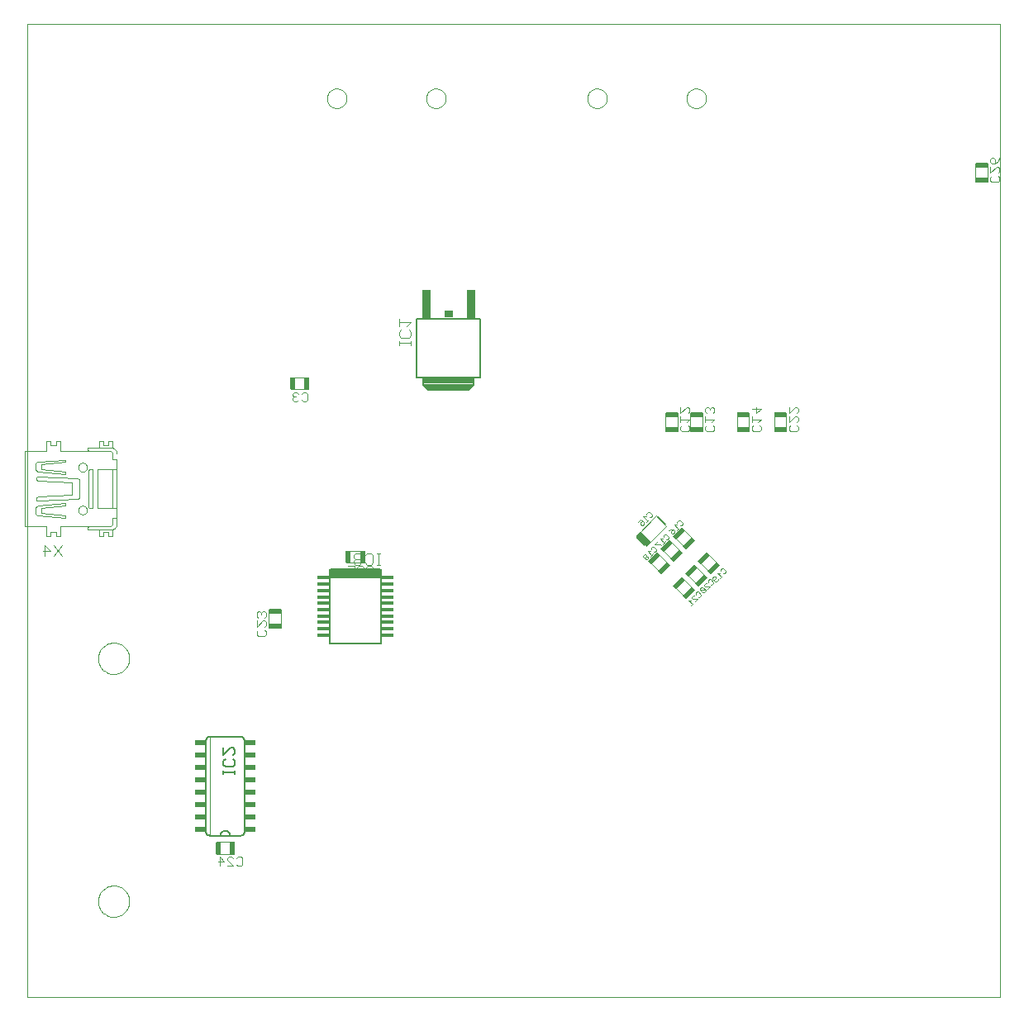
<source format=gbo>
G75*
G70*
%OFA0B0*%
%FSLAX24Y24*%
%IPPOS*%
%LPD*%
%AMOC8*
5,1,8,0,0,1.08239X$1,22.5*
%
%ADD10C,0.0000*%
%ADD11C,0.0060*%
%ADD12C,0.0020*%
%ADD13R,0.0450X0.0200*%
%ADD14C,0.0050*%
%ADD15C,0.0080*%
%ADD16C,0.0040*%
%ADD17R,0.0340X0.1140*%
%ADD18R,0.0340X0.0300*%
%ADD19C,0.0079*%
%ADD20R,0.0079X0.0472*%
%ADD21R,0.0256X0.0591*%
%ADD22R,0.0197X0.0512*%
%ADD23C,0.0030*%
%ADD24R,0.0512X0.0197*%
%ADD25R,0.0510X0.0140*%
%ADD26R,0.2047X0.0384*%
D10*
X005081Y004038D02*
X005081Y043283D01*
X044323Y043283D01*
X044323Y004038D01*
X005081Y004038D01*
X007951Y007888D02*
X007953Y007938D01*
X007959Y007988D01*
X007969Y008037D01*
X007983Y008085D01*
X008000Y008132D01*
X008021Y008177D01*
X008046Y008221D01*
X008074Y008262D01*
X008106Y008301D01*
X008140Y008338D01*
X008177Y008372D01*
X008217Y008402D01*
X008259Y008429D01*
X008303Y008453D01*
X008349Y008474D01*
X008396Y008490D01*
X008444Y008503D01*
X008494Y008512D01*
X008543Y008517D01*
X008594Y008518D01*
X008644Y008515D01*
X008693Y008508D01*
X008742Y008497D01*
X008790Y008482D01*
X008836Y008464D01*
X008881Y008442D01*
X008924Y008416D01*
X008965Y008387D01*
X009004Y008355D01*
X009040Y008320D01*
X009072Y008282D01*
X009102Y008242D01*
X009129Y008199D01*
X009152Y008155D01*
X009171Y008109D01*
X009187Y008061D01*
X009199Y008012D01*
X009207Y007963D01*
X009211Y007913D01*
X009211Y007863D01*
X009207Y007813D01*
X009199Y007764D01*
X009187Y007715D01*
X009171Y007667D01*
X009152Y007621D01*
X009129Y007577D01*
X009102Y007534D01*
X009072Y007494D01*
X009040Y007456D01*
X009004Y007421D01*
X008965Y007389D01*
X008924Y007360D01*
X008881Y007334D01*
X008836Y007312D01*
X008790Y007294D01*
X008742Y007279D01*
X008693Y007268D01*
X008644Y007261D01*
X008594Y007258D01*
X008543Y007259D01*
X008494Y007264D01*
X008444Y007273D01*
X008396Y007286D01*
X008349Y007302D01*
X008303Y007323D01*
X008259Y007347D01*
X008217Y007374D01*
X008177Y007404D01*
X008140Y007438D01*
X008106Y007475D01*
X008074Y007514D01*
X008046Y007555D01*
X008021Y007599D01*
X008000Y007644D01*
X007983Y007691D01*
X007969Y007739D01*
X007959Y007788D01*
X007953Y007838D01*
X007951Y007888D01*
X007951Y017688D02*
X007953Y017738D01*
X007959Y017788D01*
X007969Y017837D01*
X007983Y017885D01*
X008000Y017932D01*
X008021Y017977D01*
X008046Y018021D01*
X008074Y018062D01*
X008106Y018101D01*
X008140Y018138D01*
X008177Y018172D01*
X008217Y018202D01*
X008259Y018229D01*
X008303Y018253D01*
X008349Y018274D01*
X008396Y018290D01*
X008444Y018303D01*
X008494Y018312D01*
X008543Y018317D01*
X008594Y018318D01*
X008644Y018315D01*
X008693Y018308D01*
X008742Y018297D01*
X008790Y018282D01*
X008836Y018264D01*
X008881Y018242D01*
X008924Y018216D01*
X008965Y018187D01*
X009004Y018155D01*
X009040Y018120D01*
X009072Y018082D01*
X009102Y018042D01*
X009129Y017999D01*
X009152Y017955D01*
X009171Y017909D01*
X009187Y017861D01*
X009199Y017812D01*
X009207Y017763D01*
X009211Y017713D01*
X009211Y017663D01*
X009207Y017613D01*
X009199Y017564D01*
X009187Y017515D01*
X009171Y017467D01*
X009152Y017421D01*
X009129Y017377D01*
X009102Y017334D01*
X009072Y017294D01*
X009040Y017256D01*
X009004Y017221D01*
X008965Y017189D01*
X008924Y017160D01*
X008881Y017134D01*
X008836Y017112D01*
X008790Y017094D01*
X008742Y017079D01*
X008693Y017068D01*
X008644Y017061D01*
X008594Y017058D01*
X008543Y017059D01*
X008494Y017064D01*
X008444Y017073D01*
X008396Y017086D01*
X008349Y017102D01*
X008303Y017123D01*
X008259Y017147D01*
X008217Y017174D01*
X008177Y017204D01*
X008140Y017238D01*
X008106Y017275D01*
X008074Y017314D01*
X008046Y017355D01*
X008021Y017399D01*
X008000Y017444D01*
X007983Y017491D01*
X007969Y017539D01*
X007959Y017588D01*
X007953Y017638D01*
X007951Y017688D01*
X007154Y023672D02*
X007156Y023698D01*
X007162Y023724D01*
X007172Y023749D01*
X007185Y023772D01*
X007201Y023792D01*
X007221Y023810D01*
X007243Y023825D01*
X007266Y023837D01*
X007292Y023845D01*
X007318Y023849D01*
X007344Y023849D01*
X007370Y023845D01*
X007396Y023837D01*
X007420Y023825D01*
X007441Y023810D01*
X007461Y023792D01*
X007477Y023772D01*
X007490Y023749D01*
X007500Y023724D01*
X007506Y023698D01*
X007508Y023672D01*
X007506Y023646D01*
X007500Y023620D01*
X007490Y023595D01*
X007477Y023572D01*
X007461Y023552D01*
X007441Y023534D01*
X007419Y023519D01*
X007396Y023507D01*
X007370Y023499D01*
X007344Y023495D01*
X007318Y023495D01*
X007292Y023499D01*
X007266Y023507D01*
X007242Y023519D01*
X007221Y023534D01*
X007201Y023552D01*
X007185Y023572D01*
X007172Y023595D01*
X007162Y023620D01*
X007156Y023646D01*
X007154Y023672D01*
X007154Y025404D02*
X007156Y025430D01*
X007162Y025456D01*
X007172Y025481D01*
X007185Y025504D01*
X007201Y025524D01*
X007221Y025542D01*
X007243Y025557D01*
X007266Y025569D01*
X007292Y025577D01*
X007318Y025581D01*
X007344Y025581D01*
X007370Y025577D01*
X007396Y025569D01*
X007420Y025557D01*
X007441Y025542D01*
X007461Y025524D01*
X007477Y025504D01*
X007490Y025481D01*
X007500Y025456D01*
X007506Y025430D01*
X007508Y025404D01*
X007506Y025378D01*
X007500Y025352D01*
X007490Y025327D01*
X007477Y025304D01*
X007461Y025284D01*
X007441Y025266D01*
X007419Y025251D01*
X007396Y025239D01*
X007370Y025231D01*
X007344Y025227D01*
X007318Y025227D01*
X007292Y025231D01*
X007266Y025239D01*
X007242Y025251D01*
X007221Y025266D01*
X007201Y025284D01*
X007185Y025304D01*
X007172Y025327D01*
X007162Y025352D01*
X007156Y025378D01*
X007154Y025404D01*
X017187Y040288D02*
X017189Y040327D01*
X017195Y040366D01*
X017205Y040404D01*
X017218Y040441D01*
X017235Y040476D01*
X017255Y040510D01*
X017279Y040541D01*
X017306Y040570D01*
X017335Y040596D01*
X017367Y040619D01*
X017401Y040639D01*
X017437Y040655D01*
X017474Y040667D01*
X017513Y040676D01*
X017552Y040681D01*
X017591Y040682D01*
X017630Y040679D01*
X017669Y040672D01*
X017706Y040661D01*
X017743Y040647D01*
X017778Y040629D01*
X017811Y040608D01*
X017842Y040583D01*
X017870Y040556D01*
X017895Y040526D01*
X017917Y040493D01*
X017936Y040459D01*
X017951Y040423D01*
X017963Y040385D01*
X017971Y040347D01*
X017975Y040308D01*
X017975Y040268D01*
X017971Y040229D01*
X017963Y040191D01*
X017951Y040153D01*
X017936Y040117D01*
X017917Y040083D01*
X017895Y040050D01*
X017870Y040020D01*
X017842Y039993D01*
X017811Y039968D01*
X017778Y039947D01*
X017743Y039929D01*
X017706Y039915D01*
X017669Y039904D01*
X017630Y039897D01*
X017591Y039894D01*
X017552Y039895D01*
X017513Y039900D01*
X017474Y039909D01*
X017437Y039921D01*
X017401Y039937D01*
X017367Y039957D01*
X017335Y039980D01*
X017306Y040006D01*
X017279Y040035D01*
X017255Y040066D01*
X017235Y040100D01*
X017218Y040135D01*
X017205Y040172D01*
X017195Y040210D01*
X017189Y040249D01*
X017187Y040288D01*
X021187Y040288D02*
X021189Y040327D01*
X021195Y040366D01*
X021205Y040404D01*
X021218Y040441D01*
X021235Y040476D01*
X021255Y040510D01*
X021279Y040541D01*
X021306Y040570D01*
X021335Y040596D01*
X021367Y040619D01*
X021401Y040639D01*
X021437Y040655D01*
X021474Y040667D01*
X021513Y040676D01*
X021552Y040681D01*
X021591Y040682D01*
X021630Y040679D01*
X021669Y040672D01*
X021706Y040661D01*
X021743Y040647D01*
X021778Y040629D01*
X021811Y040608D01*
X021842Y040583D01*
X021870Y040556D01*
X021895Y040526D01*
X021917Y040493D01*
X021936Y040459D01*
X021951Y040423D01*
X021963Y040385D01*
X021971Y040347D01*
X021975Y040308D01*
X021975Y040268D01*
X021971Y040229D01*
X021963Y040191D01*
X021951Y040153D01*
X021936Y040117D01*
X021917Y040083D01*
X021895Y040050D01*
X021870Y040020D01*
X021842Y039993D01*
X021811Y039968D01*
X021778Y039947D01*
X021743Y039929D01*
X021706Y039915D01*
X021669Y039904D01*
X021630Y039897D01*
X021591Y039894D01*
X021552Y039895D01*
X021513Y039900D01*
X021474Y039909D01*
X021437Y039921D01*
X021401Y039937D01*
X021367Y039957D01*
X021335Y039980D01*
X021306Y040006D01*
X021279Y040035D01*
X021255Y040066D01*
X021235Y040100D01*
X021218Y040135D01*
X021205Y040172D01*
X021195Y040210D01*
X021189Y040249D01*
X021187Y040288D01*
X027687Y040288D02*
X027689Y040327D01*
X027695Y040366D01*
X027705Y040404D01*
X027718Y040441D01*
X027735Y040476D01*
X027755Y040510D01*
X027779Y040541D01*
X027806Y040570D01*
X027835Y040596D01*
X027867Y040619D01*
X027901Y040639D01*
X027937Y040655D01*
X027974Y040667D01*
X028013Y040676D01*
X028052Y040681D01*
X028091Y040682D01*
X028130Y040679D01*
X028169Y040672D01*
X028206Y040661D01*
X028243Y040647D01*
X028278Y040629D01*
X028311Y040608D01*
X028342Y040583D01*
X028370Y040556D01*
X028395Y040526D01*
X028417Y040493D01*
X028436Y040459D01*
X028451Y040423D01*
X028463Y040385D01*
X028471Y040347D01*
X028475Y040308D01*
X028475Y040268D01*
X028471Y040229D01*
X028463Y040191D01*
X028451Y040153D01*
X028436Y040117D01*
X028417Y040083D01*
X028395Y040050D01*
X028370Y040020D01*
X028342Y039993D01*
X028311Y039968D01*
X028278Y039947D01*
X028243Y039929D01*
X028206Y039915D01*
X028169Y039904D01*
X028130Y039897D01*
X028091Y039894D01*
X028052Y039895D01*
X028013Y039900D01*
X027974Y039909D01*
X027937Y039921D01*
X027901Y039937D01*
X027867Y039957D01*
X027835Y039980D01*
X027806Y040006D01*
X027779Y040035D01*
X027755Y040066D01*
X027735Y040100D01*
X027718Y040135D01*
X027705Y040172D01*
X027695Y040210D01*
X027689Y040249D01*
X027687Y040288D01*
X031687Y040288D02*
X031689Y040327D01*
X031695Y040366D01*
X031705Y040404D01*
X031718Y040441D01*
X031735Y040476D01*
X031755Y040510D01*
X031779Y040541D01*
X031806Y040570D01*
X031835Y040596D01*
X031867Y040619D01*
X031901Y040639D01*
X031937Y040655D01*
X031974Y040667D01*
X032013Y040676D01*
X032052Y040681D01*
X032091Y040682D01*
X032130Y040679D01*
X032169Y040672D01*
X032206Y040661D01*
X032243Y040647D01*
X032278Y040629D01*
X032311Y040608D01*
X032342Y040583D01*
X032370Y040556D01*
X032395Y040526D01*
X032417Y040493D01*
X032436Y040459D01*
X032451Y040423D01*
X032463Y040385D01*
X032471Y040347D01*
X032475Y040308D01*
X032475Y040268D01*
X032471Y040229D01*
X032463Y040191D01*
X032451Y040153D01*
X032436Y040117D01*
X032417Y040083D01*
X032395Y040050D01*
X032370Y040020D01*
X032342Y039993D01*
X032311Y039968D01*
X032278Y039947D01*
X032243Y039929D01*
X032206Y039915D01*
X032169Y039904D01*
X032130Y039897D01*
X032091Y039894D01*
X032052Y039895D01*
X032013Y039900D01*
X031974Y039909D01*
X031937Y039921D01*
X031901Y039937D01*
X031867Y039957D01*
X031835Y039980D01*
X031806Y040006D01*
X031779Y040035D01*
X031755Y040066D01*
X031735Y040100D01*
X031718Y040135D01*
X031705Y040172D01*
X031695Y040210D01*
X031689Y040249D01*
X031687Y040288D01*
D11*
X013701Y014538D02*
X012461Y014538D01*
X012438Y014536D01*
X012415Y014531D01*
X012393Y014522D01*
X012373Y014509D01*
X012355Y014494D01*
X012340Y014476D01*
X012327Y014456D01*
X012318Y014434D01*
X012313Y014411D01*
X012311Y014388D01*
X012311Y010688D01*
X012313Y010665D01*
X012318Y010642D01*
X012327Y010620D01*
X012340Y010600D01*
X012355Y010582D01*
X012373Y010567D01*
X012393Y010554D01*
X012415Y010545D01*
X012438Y010540D01*
X012461Y010538D01*
X012881Y010538D01*
X013281Y010538D01*
X013701Y010538D01*
X013724Y010540D01*
X013747Y010545D01*
X013769Y010554D01*
X013789Y010567D01*
X013807Y010582D01*
X013822Y010600D01*
X013835Y010620D01*
X013844Y010642D01*
X013849Y010665D01*
X013851Y010688D01*
X013851Y014388D01*
X013849Y014411D01*
X013844Y014434D01*
X013835Y014456D01*
X013822Y014476D01*
X013807Y014494D01*
X013789Y014509D01*
X013769Y014522D01*
X013747Y014531D01*
X013724Y014536D01*
X013701Y014538D01*
X013281Y010538D02*
X013279Y010565D01*
X013274Y010592D01*
X013264Y010618D01*
X013252Y010642D01*
X013236Y010664D01*
X013218Y010684D01*
X013196Y010701D01*
X013173Y010716D01*
X013148Y010726D01*
X013122Y010734D01*
X013095Y010738D01*
X013067Y010738D01*
X013040Y010734D01*
X013014Y010726D01*
X012989Y010716D01*
X012966Y010701D01*
X012944Y010684D01*
X012926Y010664D01*
X012910Y010642D01*
X012898Y010618D01*
X012888Y010592D01*
X012883Y010565D01*
X012881Y010538D01*
D12*
X012451Y010538D02*
X012451Y014538D01*
X029937Y021779D02*
X029963Y021753D01*
X030015Y021753D01*
X030067Y021804D01*
X030067Y021856D01*
X030041Y021882D01*
X029989Y021882D01*
X029937Y021830D01*
X029937Y021779D01*
X030015Y021753D02*
X030015Y021701D01*
X030041Y021675D01*
X030093Y021675D01*
X030145Y021727D01*
X030145Y021779D01*
X030119Y021804D01*
X030067Y021804D01*
X030223Y021805D02*
X030327Y021909D01*
X030275Y021857D02*
X030119Y022013D01*
X030223Y022013D01*
X030249Y022091D02*
X030249Y022143D01*
X030301Y022195D01*
X030353Y022195D01*
X030457Y022091D01*
X030457Y022039D01*
X030405Y021987D01*
X030353Y021987D01*
X030437Y022279D02*
X030645Y022279D01*
X030671Y022253D01*
X030723Y022305D02*
X030827Y022409D01*
X030775Y022357D02*
X030619Y022513D01*
X030723Y022513D01*
X030749Y022591D02*
X030749Y022643D01*
X030801Y022695D01*
X030853Y022695D01*
X030957Y022591D01*
X030957Y022539D01*
X030905Y022487D01*
X030853Y022487D01*
X030515Y022408D02*
X030411Y022304D01*
X030437Y022279D01*
X030974Y022867D02*
X031051Y022893D01*
X031155Y022893D01*
X031077Y022815D01*
X031077Y022763D01*
X031103Y022737D01*
X031155Y022737D01*
X031207Y022789D01*
X031207Y022841D01*
X031155Y022893D01*
X031285Y022868D02*
X031389Y022971D01*
X031337Y022919D02*
X031182Y023075D01*
X031285Y023075D01*
X031312Y023154D02*
X031312Y023205D01*
X031364Y023257D01*
X031416Y023257D01*
X031520Y023154D01*
X031520Y023102D01*
X031468Y023050D01*
X031416Y023050D01*
X030285Y023435D02*
X030233Y023383D01*
X030181Y023383D01*
X030155Y023304D02*
X030051Y023201D01*
X030103Y023252D02*
X029947Y023408D01*
X030051Y023408D01*
X030077Y023487D02*
X030077Y023538D01*
X030129Y023590D01*
X030181Y023590D01*
X030285Y023487D01*
X030285Y023435D01*
X029972Y023174D02*
X029972Y023122D01*
X029921Y023070D01*
X029869Y023070D01*
X029817Y023122D01*
X029817Y023174D01*
X029843Y023200D01*
X029921Y023226D01*
X029843Y023304D01*
X029739Y023200D01*
X032295Y020565D02*
X032243Y020513D01*
X032243Y020461D01*
X032451Y020461D01*
X032451Y020409D01*
X032399Y020357D01*
X032347Y020357D01*
X032243Y020461D01*
X032295Y020565D02*
X032347Y020565D01*
X032451Y020461D01*
X032529Y020487D02*
X032633Y020591D01*
X032425Y020591D01*
X032399Y020617D01*
X032399Y020669D01*
X032451Y020721D01*
X032503Y020721D01*
X032556Y020773D02*
X032556Y020825D01*
X032607Y020877D01*
X032659Y020877D01*
X032763Y020773D01*
X032763Y020722D01*
X032711Y020670D01*
X032659Y020670D01*
X032795Y020846D02*
X032873Y020924D01*
X032873Y020976D01*
X032847Y021002D01*
X032795Y021002D01*
X032743Y020950D01*
X032743Y020898D01*
X032847Y020795D01*
X032899Y020795D01*
X032951Y020846D01*
X032951Y020898D01*
X033029Y020925D02*
X033133Y021029D01*
X033081Y020977D02*
X032925Y021133D01*
X033029Y021133D01*
X033056Y021211D02*
X033056Y021263D01*
X033107Y021315D01*
X033159Y021315D01*
X033263Y021211D01*
X033263Y021159D01*
X033211Y021107D01*
X033159Y021107D01*
X032263Y020273D02*
X032263Y020222D01*
X032211Y020170D01*
X032159Y020170D01*
X032133Y020091D02*
X031925Y020091D01*
X031899Y020117D01*
X031899Y020169D01*
X031951Y020221D01*
X032003Y020221D01*
X032056Y020273D02*
X032056Y020325D01*
X032107Y020377D01*
X032159Y020377D01*
X032263Y020273D01*
X032133Y020091D02*
X032029Y019987D01*
X031977Y019935D02*
X031873Y019831D01*
X031925Y019883D02*
X031769Y020039D01*
X031873Y020039D01*
D13*
X014076Y014288D03*
X014076Y013788D03*
X014076Y013288D03*
X014076Y012788D03*
X014076Y012288D03*
X014076Y011788D03*
X014076Y011288D03*
X014076Y010788D03*
X012086Y010788D03*
X012086Y011288D03*
X012096Y011788D03*
X012086Y012288D03*
X012086Y012788D03*
X012086Y013288D03*
X012086Y013788D03*
X012086Y014288D03*
D14*
X013006Y014081D02*
X013006Y013780D01*
X013306Y014081D01*
X013381Y014081D01*
X013456Y014006D01*
X013456Y013855D01*
X013381Y013780D01*
X013381Y013620D02*
X013456Y013545D01*
X013456Y013395D01*
X013381Y013320D01*
X013081Y013320D01*
X013006Y013395D01*
X013006Y013545D01*
X013081Y013620D01*
X013006Y013163D02*
X013006Y013013D01*
X013006Y013088D02*
X013456Y013088D01*
X013456Y013013D02*
X013456Y013163D01*
D15*
X017307Y018292D02*
X017307Y021284D01*
X019355Y021284D02*
X019355Y018292D01*
X017307Y018292D01*
X021251Y028528D02*
X022911Y028528D01*
X023091Y028708D01*
X023091Y028988D01*
X021071Y028988D01*
X021071Y028708D01*
X021251Y028528D01*
X020791Y029028D02*
X020791Y031388D01*
X023371Y031388D01*
X023371Y029028D01*
X020791Y029028D01*
D16*
X020561Y030330D02*
X020561Y030484D01*
X020561Y030407D02*
X020101Y030407D01*
X020101Y030330D02*
X020101Y030484D01*
X020178Y030637D02*
X020101Y030714D01*
X020101Y030867D01*
X020178Y030944D01*
X020101Y031098D02*
X020101Y031405D01*
X020101Y031251D02*
X020561Y031251D01*
X020408Y031098D01*
X020485Y030944D02*
X020561Y030867D01*
X020561Y030714D01*
X020485Y030637D01*
X020178Y030637D01*
X016445Y029024D02*
X015717Y029024D01*
X015717Y028552D02*
X016445Y028552D01*
X017967Y022024D02*
X018695Y022024D01*
X018797Y021924D02*
X018951Y021924D01*
X019028Y021848D01*
X019028Y021541D01*
X018951Y021464D01*
X018797Y021464D01*
X018721Y021541D01*
X018695Y021552D02*
X017967Y021552D01*
X018260Y021541D02*
X018337Y021464D01*
X018491Y021464D01*
X018567Y021541D01*
X018567Y021617D01*
X018491Y021694D01*
X018337Y021694D01*
X018260Y021617D01*
X018260Y021541D01*
X018337Y021694D02*
X018260Y021771D01*
X018260Y021848D01*
X018337Y021924D01*
X018491Y021924D01*
X018567Y021848D01*
X018567Y021771D01*
X018491Y021694D01*
X018721Y021848D02*
X018797Y021924D01*
X019181Y021924D02*
X019335Y021924D01*
X019258Y021924D02*
X019258Y021464D01*
X019335Y021464D02*
X019181Y021464D01*
X015317Y019652D02*
X015317Y018924D01*
X014845Y018924D02*
X014845Y019652D01*
X008537Y022617D02*
X008537Y022862D01*
X008475Y022882D02*
X007535Y022882D01*
X007535Y022944D01*
X007537Y022960D01*
X007541Y022975D01*
X007549Y022990D01*
X007559Y023002D01*
X007571Y023012D01*
X007586Y023020D01*
X007601Y023024D01*
X007617Y023026D01*
X006422Y023026D01*
X006422Y022617D01*
X006267Y022617D01*
X006267Y022780D01*
X006022Y022780D01*
X006022Y022617D01*
X005879Y022617D01*
X005879Y023026D01*
X005001Y023026D01*
X005593Y023026D01*
X005532Y023455D02*
X006616Y023373D01*
X006616Y023455D01*
X005675Y023557D01*
X005675Y023761D01*
X006616Y023864D01*
X006616Y023945D01*
X005532Y023843D01*
X005513Y023839D01*
X005494Y023833D01*
X005477Y023823D01*
X005461Y023811D01*
X005448Y023796D01*
X005437Y023779D01*
X005430Y023761D01*
X005430Y023536D02*
X005437Y023518D01*
X005448Y023501D01*
X005461Y023486D01*
X005477Y023474D01*
X005494Y023464D01*
X005513Y023458D01*
X005532Y023454D01*
X005431Y023537D02*
X005422Y023574D01*
X005416Y023611D01*
X005414Y023649D01*
X005416Y023687D01*
X005422Y023724D01*
X005431Y023761D01*
X005532Y024047D02*
X007127Y024129D01*
X007145Y024132D01*
X007162Y024139D01*
X007177Y024148D01*
X007190Y024161D01*
X007199Y024176D01*
X007206Y024193D01*
X007209Y024211D01*
X007208Y024211D02*
X007208Y024865D01*
X007209Y024865D02*
X007206Y024883D01*
X007199Y024900D01*
X007190Y024915D01*
X007177Y024928D01*
X007162Y024937D01*
X007145Y024944D01*
X007127Y024947D01*
X005532Y025028D01*
X005532Y025029D02*
X005516Y025027D01*
X005501Y025023D01*
X005486Y025015D01*
X005474Y025005D01*
X005464Y024993D01*
X005456Y024978D01*
X005452Y024963D01*
X005450Y024947D01*
X005452Y024931D01*
X005456Y024916D01*
X005464Y024901D01*
X005474Y024889D01*
X005486Y024879D01*
X005501Y024871D01*
X005516Y024867D01*
X005532Y024865D01*
X006881Y024783D01*
X006881Y024293D01*
X005532Y024211D01*
X005516Y024209D01*
X005501Y024205D01*
X005486Y024197D01*
X005474Y024187D01*
X005464Y024175D01*
X005456Y024160D01*
X005452Y024145D01*
X005450Y024129D01*
X005451Y024129D02*
X005451Y024129D01*
X005450Y024129D02*
X005452Y024113D01*
X005456Y024098D01*
X005464Y024083D01*
X005474Y024071D01*
X005486Y024061D01*
X005501Y024053D01*
X005516Y024049D01*
X005532Y024047D01*
X005001Y023026D02*
X005001Y026050D01*
X005593Y026050D01*
X005879Y026050D02*
X005879Y026459D01*
X006022Y026459D01*
X006022Y026296D01*
X006267Y026296D01*
X006267Y026459D01*
X006422Y026459D01*
X006422Y026050D01*
X008435Y026050D01*
X008475Y026194D02*
X008502Y026192D01*
X008529Y026187D01*
X008555Y026179D01*
X008580Y026168D01*
X008603Y026154D01*
X008624Y026137D01*
X008643Y026118D01*
X008660Y026097D01*
X008674Y026074D01*
X008685Y026049D01*
X008693Y026023D01*
X008698Y025996D01*
X008700Y025969D01*
X008537Y025948D02*
X008537Y025723D01*
X008680Y025723D01*
X008700Y025723D02*
X008700Y023107D01*
X008537Y023128D02*
X008537Y023353D01*
X008680Y023353D01*
X008700Y023353D02*
X008700Y023741D01*
X008680Y023741D02*
X007944Y023741D01*
X007944Y025315D01*
X007944Y025335D02*
X008680Y025335D01*
X008700Y025335D02*
X008700Y025723D01*
X008537Y025948D02*
X008535Y025966D01*
X008531Y025983D01*
X008523Y025999D01*
X008513Y026014D01*
X008501Y026026D01*
X008486Y026036D01*
X008470Y026044D01*
X008453Y026048D01*
X008435Y026050D01*
X008475Y026193D02*
X007535Y026193D01*
X007535Y026132D01*
X007537Y026116D01*
X007541Y026101D01*
X007549Y026086D01*
X007559Y026074D01*
X007571Y026064D01*
X007586Y026056D01*
X007601Y026052D01*
X007617Y026050D01*
X006708Y026050D01*
X006616Y025703D02*
X006616Y025621D01*
X005675Y025519D01*
X005675Y025315D01*
X006616Y025212D01*
X006616Y025131D01*
X005532Y025233D01*
X005513Y025237D01*
X005494Y025243D01*
X005477Y025253D01*
X005461Y025265D01*
X005448Y025280D01*
X005437Y025297D01*
X005430Y025315D01*
X005430Y025539D02*
X005437Y025557D01*
X005448Y025574D01*
X005461Y025589D01*
X005477Y025601D01*
X005494Y025611D01*
X005513Y025617D01*
X005532Y025621D01*
X006616Y025703D01*
X005879Y026050D02*
X005001Y026050D01*
X005001Y026050D01*
X005431Y025539D02*
X005422Y025502D01*
X005416Y025465D01*
X005414Y025427D01*
X005416Y025389D01*
X005422Y025352D01*
X005431Y025315D01*
X007556Y025233D02*
X007556Y023843D01*
X007558Y023823D01*
X007564Y023804D01*
X007573Y023786D01*
X007586Y023771D01*
X007601Y023758D01*
X007619Y023749D01*
X007638Y023743D01*
X007658Y023741D01*
X007658Y023741D01*
X007674Y023743D01*
X007689Y023747D01*
X007704Y023755D01*
X007716Y023765D01*
X007726Y023777D01*
X007734Y023792D01*
X007738Y023807D01*
X007740Y023823D01*
X007740Y025253D01*
X007738Y025269D01*
X007734Y025284D01*
X007726Y025299D01*
X007716Y025311D01*
X007704Y025321D01*
X007689Y025329D01*
X007674Y025333D01*
X007658Y025335D01*
X007638Y025333D01*
X007619Y025327D01*
X007601Y025318D01*
X007586Y025305D01*
X007573Y025290D01*
X007564Y025272D01*
X007558Y025253D01*
X007556Y025233D01*
X008537Y025315D02*
X008537Y023761D01*
X008537Y023128D02*
X008535Y023110D01*
X008531Y023093D01*
X008523Y023077D01*
X008513Y023062D01*
X008501Y023050D01*
X008486Y023040D01*
X008470Y023032D01*
X008453Y023028D01*
X008435Y023026D01*
X007617Y023026D01*
X006708Y023026D01*
X006482Y022268D02*
X006175Y021808D01*
X006021Y022038D02*
X005791Y022268D01*
X005791Y021808D01*
X005714Y022038D02*
X006021Y022038D01*
X006175Y022268D02*
X006482Y021808D01*
X008005Y022617D02*
X008169Y022617D01*
X008169Y022780D01*
X008373Y022780D01*
X008373Y022617D01*
X008537Y022617D01*
X008475Y022882D02*
X008502Y022884D01*
X008529Y022889D01*
X008555Y022897D01*
X008580Y022908D01*
X008603Y022922D01*
X008624Y022939D01*
X008643Y022958D01*
X008660Y022979D01*
X008674Y023002D01*
X008685Y023027D01*
X008693Y023053D01*
X008698Y023080D01*
X008700Y023107D01*
X008005Y022862D02*
X008005Y022617D01*
X008005Y026214D02*
X008005Y026459D01*
X008169Y026459D01*
X008169Y026296D01*
X008373Y026296D01*
X008373Y026459D01*
X008537Y026459D01*
X008537Y026214D01*
X012717Y010274D02*
X013445Y010274D01*
X013445Y009802D02*
X012717Y009802D01*
X029648Y022637D02*
X030066Y022220D01*
X030873Y023027D01*
X030456Y023445D01*
X029648Y022637D01*
X030490Y021963D02*
X031006Y021448D01*
X031171Y021613D02*
X030656Y022128D01*
X030990Y022463D02*
X031506Y021948D01*
X031671Y022113D02*
X031156Y022628D01*
X031490Y022963D02*
X032006Y022448D01*
X032490Y021963D02*
X033006Y021448D01*
X032671Y021113D02*
X032156Y021628D01*
X031990Y021463D02*
X032506Y020948D01*
X032171Y020613D02*
X031656Y021128D01*
X031490Y020963D02*
X032006Y020448D01*
X031671Y020113D02*
X031156Y020628D01*
X030671Y021113D02*
X030156Y021628D01*
X030845Y026861D02*
X030845Y027590D01*
X031317Y027590D02*
X031317Y026861D01*
X031845Y026861D02*
X031845Y027590D01*
X032317Y027590D02*
X032317Y026861D01*
X033720Y026861D02*
X033720Y027590D01*
X034192Y027590D02*
X034192Y026861D01*
X035220Y026861D02*
X035220Y027590D01*
X035692Y027590D02*
X035692Y026861D01*
X043345Y036924D02*
X043345Y037652D01*
X043817Y037652D02*
X043817Y036924D01*
D17*
X022981Y031998D03*
X021181Y031998D03*
D18*
X022081Y031578D03*
D19*
X023091Y028988D02*
X021071Y028988D01*
X021071Y028708D01*
X021251Y028528D01*
X022911Y028528D01*
X023091Y028708D01*
X023091Y028988D01*
X023091Y028961D02*
X021071Y028961D01*
X021071Y028884D02*
X023091Y028884D01*
X023091Y028807D02*
X021071Y028807D01*
X021071Y028730D02*
X023091Y028730D01*
X023036Y028653D02*
X021126Y028653D01*
X021204Y028575D02*
X022958Y028575D01*
D20*
G36*
X030037Y022276D02*
X029982Y022221D01*
X029649Y022554D01*
X029704Y022609D01*
X030037Y022276D01*
G37*
G36*
X030484Y023389D02*
X030539Y023444D01*
X030872Y023111D01*
X030817Y023056D01*
X030484Y023389D01*
G37*
D21*
G36*
X030247Y022401D02*
X030066Y022220D01*
X029649Y022637D01*
X029830Y022818D01*
X030247Y022401D01*
G37*
D22*
G36*
X030761Y021997D02*
X030622Y022136D01*
X030983Y022497D01*
X031122Y022358D01*
X030761Y021997D01*
G37*
G36*
X030261Y021497D02*
X030122Y021636D01*
X030483Y021997D01*
X030622Y021858D01*
X030261Y021497D01*
G37*
G36*
X030679Y021079D02*
X030540Y021218D01*
X030901Y021579D01*
X031040Y021440D01*
X030679Y021079D01*
G37*
G36*
X031483Y020997D02*
X031622Y020858D01*
X031261Y020497D01*
X031122Y020636D01*
X031483Y020997D01*
G37*
G36*
X031983Y021497D02*
X032122Y021358D01*
X031761Y020997D01*
X031622Y021136D01*
X031983Y021497D01*
G37*
G36*
X032483Y021997D02*
X032622Y021858D01*
X032261Y021497D01*
X032122Y021636D01*
X032483Y021997D01*
G37*
G36*
X032901Y021579D02*
X033040Y021440D01*
X032679Y021079D01*
X032540Y021218D01*
X032901Y021579D01*
G37*
G36*
X032401Y021079D02*
X032540Y020940D01*
X032179Y020579D01*
X032040Y020718D01*
X032401Y021079D01*
G37*
G36*
X031901Y020579D02*
X032040Y020440D01*
X031679Y020079D01*
X031540Y020218D01*
X031901Y020579D01*
G37*
G36*
X031179Y021579D02*
X031040Y021718D01*
X031401Y022079D01*
X031540Y021940D01*
X031179Y021579D01*
G37*
G36*
X031679Y022079D02*
X031540Y022218D01*
X031901Y022579D01*
X032040Y022440D01*
X031679Y022079D01*
G37*
G36*
X031261Y022497D02*
X031122Y022636D01*
X031483Y022997D01*
X031622Y022858D01*
X031261Y022497D01*
G37*
X018626Y021788D03*
X018036Y021788D03*
X016376Y028788D03*
X015786Y028788D03*
X013376Y010038D03*
X012786Y010038D03*
D23*
X012855Y009679D02*
X013041Y009494D01*
X012794Y009494D01*
X012855Y009309D02*
X012855Y009679D01*
X013162Y009617D02*
X013224Y009679D01*
X013347Y009679D01*
X013409Y009617D01*
X013530Y009617D02*
X013592Y009679D01*
X013715Y009679D01*
X013777Y009617D01*
X013777Y009370D01*
X013715Y009309D01*
X013592Y009309D01*
X013530Y009370D01*
X013409Y009309D02*
X013162Y009555D01*
X013162Y009617D01*
X013162Y009309D02*
X013409Y009309D01*
X014413Y018592D02*
X014351Y018653D01*
X014351Y018777D01*
X014413Y018839D01*
X014351Y018960D02*
X014351Y019207D01*
X014413Y019328D02*
X014351Y019390D01*
X014351Y019514D01*
X014413Y019575D01*
X014475Y019575D01*
X014537Y019514D01*
X014537Y019452D01*
X014537Y019514D02*
X014598Y019575D01*
X014660Y019575D01*
X014722Y019514D01*
X014722Y019390D01*
X014660Y019328D01*
X014660Y019207D02*
X014722Y019145D01*
X014722Y019022D01*
X014660Y018960D01*
X014660Y018839D02*
X014722Y018777D01*
X014722Y018653D01*
X014660Y018592D01*
X014413Y018592D01*
X014351Y018960D02*
X014598Y019207D01*
X014660Y019207D01*
X018044Y021120D02*
X018105Y021059D01*
X018229Y021059D01*
X018291Y021120D01*
X018291Y021244D02*
X018167Y021305D01*
X018105Y021305D01*
X018044Y021244D01*
X018044Y021120D01*
X018291Y021244D02*
X018291Y021429D01*
X018044Y021429D01*
X018412Y021367D02*
X018474Y021429D01*
X018597Y021429D01*
X018659Y021367D01*
X018780Y021367D02*
X018842Y021429D01*
X018965Y021429D01*
X019027Y021367D01*
X019027Y021120D01*
X018965Y021059D01*
X018842Y021059D01*
X018780Y021120D01*
X018659Y021059D02*
X018412Y021305D01*
X018412Y021367D01*
X018412Y021059D02*
X018659Y021059D01*
X016347Y028059D02*
X016224Y028059D01*
X016162Y028120D01*
X016041Y028120D02*
X015979Y028059D01*
X015855Y028059D01*
X015794Y028120D01*
X015794Y028182D01*
X015855Y028244D01*
X015917Y028244D01*
X015855Y028244D02*
X015794Y028305D01*
X015794Y028367D01*
X015855Y028429D01*
X015979Y028429D01*
X016041Y028367D01*
X016162Y028367D02*
X016224Y028429D01*
X016347Y028429D01*
X016409Y028367D01*
X016409Y028120D01*
X016347Y028059D01*
X031440Y027830D02*
X031440Y027583D01*
X031687Y027830D01*
X031749Y027830D01*
X031811Y027769D01*
X031811Y027645D01*
X031749Y027583D01*
X031811Y027339D02*
X031440Y027339D01*
X031440Y027462D02*
X031440Y027215D01*
X031502Y027094D02*
X031440Y027032D01*
X031440Y026909D01*
X031502Y026847D01*
X031749Y026847D01*
X031811Y026909D01*
X031811Y027032D01*
X031749Y027094D01*
X031687Y027215D02*
X031811Y027339D01*
X032440Y027339D02*
X032811Y027339D01*
X032687Y027215D01*
X032749Y027094D02*
X032811Y027032D01*
X032811Y026909D01*
X032749Y026847D01*
X032502Y026847D01*
X032440Y026909D01*
X032440Y027032D01*
X032502Y027094D01*
X032440Y027215D02*
X032440Y027462D01*
X032502Y027583D02*
X032440Y027645D01*
X032440Y027769D01*
X032502Y027830D01*
X032564Y027830D01*
X032626Y027769D01*
X032626Y027707D01*
X032626Y027769D02*
X032687Y027830D01*
X032749Y027830D01*
X032811Y027769D01*
X032811Y027645D01*
X032749Y027583D01*
X034315Y027462D02*
X034315Y027215D01*
X034315Y027339D02*
X034686Y027339D01*
X034562Y027215D01*
X034624Y027094D02*
X034686Y027032D01*
X034686Y026909D01*
X034624Y026847D01*
X034377Y026847D01*
X034315Y026909D01*
X034315Y027032D01*
X034377Y027094D01*
X034501Y027583D02*
X034501Y027830D01*
X034686Y027769D02*
X034501Y027583D01*
X034686Y027769D02*
X034315Y027769D01*
X035815Y027830D02*
X035815Y027583D01*
X036062Y027830D01*
X036124Y027830D01*
X036186Y027769D01*
X036186Y027645D01*
X036124Y027583D01*
X036124Y027462D02*
X036186Y027400D01*
X036186Y027277D01*
X036124Y027215D01*
X036124Y027094D02*
X036186Y027032D01*
X036186Y026909D01*
X036124Y026847D01*
X035877Y026847D01*
X035815Y026909D01*
X035815Y027032D01*
X035877Y027094D01*
X035815Y027215D02*
X036062Y027462D01*
X036124Y027462D01*
X035815Y027462D02*
X035815Y027215D01*
X044002Y036909D02*
X043940Y036971D01*
X043940Y037094D01*
X044002Y037156D01*
X043940Y037278D02*
X044187Y037524D01*
X044249Y037524D01*
X044311Y037463D01*
X044311Y037339D01*
X044249Y037278D01*
X044249Y037156D02*
X044311Y037094D01*
X044311Y036971D01*
X044249Y036909D01*
X044002Y036909D01*
X043940Y037278D02*
X043940Y037524D01*
X044002Y037646D02*
X043940Y037708D01*
X043940Y037831D01*
X044002Y037893D01*
X044064Y037893D01*
X044126Y037831D01*
X044126Y037646D01*
X044002Y037646D01*
X044126Y037646D02*
X044249Y037769D01*
X044311Y037893D01*
D24*
X043581Y037583D03*
X043581Y036993D03*
X035456Y027521D03*
X035456Y026930D03*
X033956Y026930D03*
X033956Y027521D03*
X032081Y027521D03*
X032081Y026930D03*
X031081Y026930D03*
X031081Y027521D03*
X015081Y019583D03*
X015081Y018993D03*
D25*
X017036Y018892D03*
X017036Y018636D03*
X017036Y019148D03*
X017036Y019404D03*
X017036Y019660D03*
X017036Y019916D03*
X017036Y020172D03*
X017036Y020428D03*
X017036Y020684D03*
X017036Y020940D03*
X019626Y020940D03*
X019626Y020684D03*
X019626Y020428D03*
X019626Y020172D03*
X019626Y019916D03*
X019626Y019660D03*
X019626Y019404D03*
X019626Y019148D03*
X019626Y018892D03*
X019626Y018636D03*
D26*
X018331Y021131D03*
M02*

</source>
